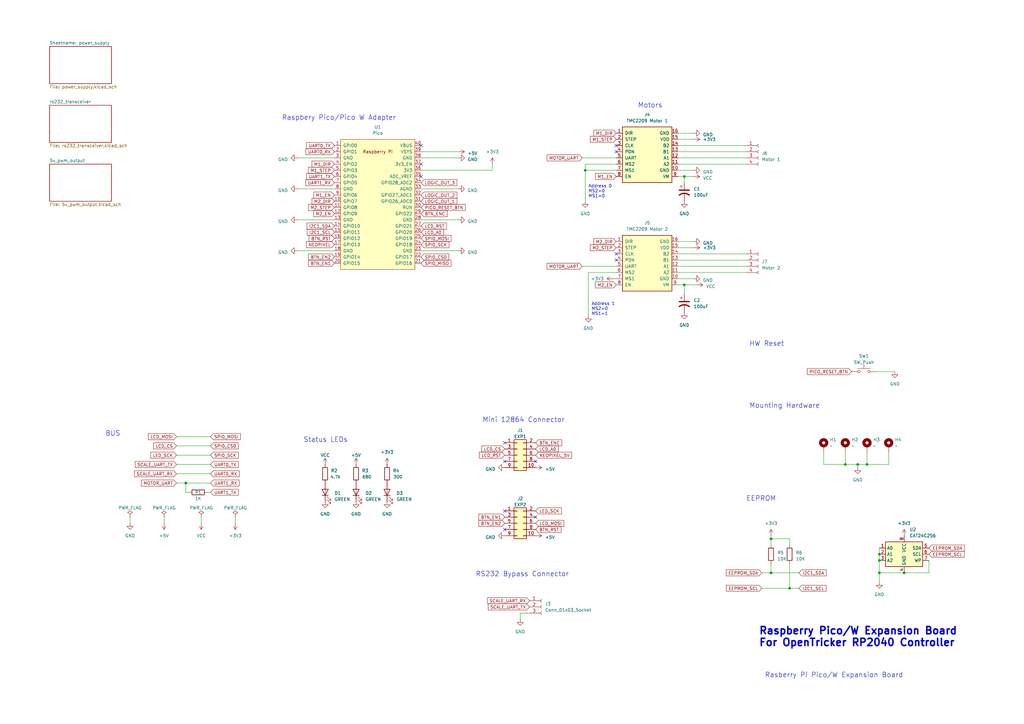
<source format=kicad_sch>
(kicad_sch (version 20250114) (generator "eeschema") (generator_version "9.0")
  (paper "A3")
  (lib_symbols
    (symbol "Connector:Conn_01x03_Socket" (pin_names (offset 1.016) (hide yes))
      (property "Reference" "J" (at 0 5.08 0))
      (property "Value" "Conn_01x03_Socket" (at 0 -5.08 0))
      (symbol "Conn_01x03_Socket_1_1"
        (polyline (pts (xy -1.27 2.54) (xy -0.508 2.54)) (stroke (width 0.1524)))
        (polyline (pts (xy -1.27 0) (xy -0.508 0)) (stroke (width 0.1524)))
        (polyline (pts (xy -1.27 -2.54) (xy -0.508 -2.54)) (stroke (width 0.1524)))
        (arc (start 0 2.032) (mid -0.5058 2.54) (end 0 3.048) (stroke (width 0.1524)))
        (arc (start 0 -0.508) (mid -0.5058 0) (end 0 0.508) (stroke (width 0.1524)))
        (arc (start 0 -3.048) (mid -0.5058 -2.54) (end 0 -2.032) (stroke (width 0.1524)))
        (pin passive line (at -5.08 2.54 0) (length 3.81) (name "Pin_1") (number "1"))
        (pin passive line (at -5.08 0 0) (length 3.81) (name "Pin_2") (number "2"))
        (pin passive line (at -5.08 -2.54 0) (length 3.81) (name "Pin_3") (number "3"))
      )
    )
    (symbol "Connector:Conn_01x04_Socket" (pin_names (offset 1.016) (hide yes))
      (property "Reference" "J" (at 0 5.08 0))
      (property "Value" "Conn_01x04_Socket" (at 0 -7.62 0))
      (symbol "Conn_01x04_Socket_1_1"
        (polyline (pts (xy -1.27 2.54) (xy -0.508 2.54)) (stroke (width 0.1524)))
        (polyline (pts (xy -1.27 0) (xy -0.508 0)) (stroke (width 0.1524)))
        (polyline (pts (xy -1.27 -2.54) (xy -0.508 -2.54)) (stroke (width 0.1524)))
        (polyline (pts (xy -1.27 -5.08) (xy -0.508 -5.08)) (stroke (width 0.1524)))
        (arc (start 0 2.032) (mid -0.5058 2.54) (end 0 3.048) (stroke (width 0.1524)))
        (arc (start 0 -0.508) (mid -0.5058 0) (end 0 0.508) (stroke (width 0.1524)))
        (arc (start 0 -3.048) (mid -0.5058 -2.54) (end 0 -2.032) (stroke (width 0.1524)))
        (arc (start 0 -5.588) (mid -0.5058 -5.08) (end 0 -4.572) (stroke (width 0.1524)))
        (pin passive line (at -5.08 2.54 0) (length 3.81) (name "Pin_1") (number "1"))
        (pin passive line (at -5.08 0 0) (length 3.81) (name "Pin_2") (number "2"))
        (pin passive line (at -5.08 -2.54 0) (length 3.81) (name "Pin_3") (number "3"))
        (pin passive line (at -5.08 -5.08 0) (length 3.81) (name "Pin_4") (number "4"))
      )
    )
    (symbol "Connector_Generic:Conn_02x05_Odd_Even" (pin_names (offset 1.016) (hide yes))
      (property "Reference" "J" (at 1.27 7.62 0))
      (property "Value" "Conn_02x05_Odd_Even" (at 1.27 -7.62 0))
      (symbol "Conn_02x05_Odd_Even_1_1"
        (rectangle (start -1.27 6.35) (end 3.81 -6.35) (stroke (width 0.254)) (fill (type background)))
        (rectangle (start -1.27 5.207) (end 0 4.953) (stroke (width 0.1524)))
        (rectangle (start -1.27 2.667) (end 0 2.413) (stroke (width 0.1524)))
        (rectangle (start -1.27 0.127) (end 0 -0.127) (stroke (width 0.1524)))
        (rectangle (start -1.27 -2.413) (end 0 -2.667) (stroke (width 0.1524)))
        (rectangle (start -1.27 -4.953) (end 0 -5.207) (stroke (width 0.1524)))
        (rectangle (start 3.81 5.207) (end 2.54 4.953) (stroke (width 0.1524)))
        (rectangle (start 3.81 2.667) (end 2.54 2.413) (stroke (width 0.1524)))
        (rectangle (start 3.81 0.127) (end 2.54 -0.127) (stroke (width 0.1524)))
        (rectangle (start 3.81 -2.413) (end 2.54 -2.667) (stroke (width 0.1524)))
        (rectangle (start 3.81 -4.953) (end 2.54 -5.207) (stroke (width 0.1524)))
        (pin passive line (at -5.08 5.08 0) (length 3.81) (name "Pin_1") (number "1"))
        (pin passive line (at -5.08 2.54 0) (length 3.81) (name "Pin_3") (number "3"))
        (pin passive line (at -5.08 0 0) (length 3.81) (name "Pin_5") (number "5"))
        (pin passive line (at -5.08 -2.54 0) (length 3.81) (name "Pin_7") (number "7"))
        (pin passive line (at -5.08 -5.08 0) (length 3.81) (name "Pin_9") (number "9"))
        (pin passive line (at 7.62 5.08 180) (length 3.81) (name "Pin_2") (number "2"))
        (pin passive line (at 7.62 2.54 180) (length 3.81) (name "Pin_4") (number "4"))
        (pin passive line (at 7.62 0 180) (length 3.81) (name "Pin_6") (number "6"))
        (pin passive line (at 7.62 -2.54 180) (length 3.81) (name "Pin_8") (number "8"))
        (pin passive line (at 7.62 -5.08 180) (length 3.81) (name "Pin_10") (number "10"))
      )
    )
    (symbol "Device:C_Polarized_US" (pin_numbers (hide yes)) (pin_names (offset 0.254) (hide yes))
      (property "Reference" "C" (at 0.635 2.54 0))
      (property "Value" "C_Polarized_US" (at 0.635 -2.54 0))
      (symbol "C_Polarized_US_0_1"
        (polyline (pts (xy -2.032 0.762) (xy 2.032 0.762)) (stroke (width 0.508)))
        (polyline (pts (xy -1.778 2.286) (xy -0.762 2.286)))
        (polyline (pts (xy -1.27 1.778) (xy -1.27 2.794)))
        (arc (start -2.032 -1.27) (mid 0 -0.5572) (end 2.032 -1.27) (stroke (width 0.508)))
      )
      (symbol "C_Polarized_US_1_1"
        (pin passive line (at 0 3.81 270) (length 2.794) (name "~") (number "1"))
        (pin passive line (at 0 -3.81 90) (length 3.302) (name "~") (number "2"))
      )
    )
    (symbol "Device:LED" (pin_numbers (hide yes)) (pin_names (offset 1.016) (hide yes))
      (property "Reference" "D" (at 0 2.54 0))
      (property "Value" "LED" (at 0 -2.54 0))
      (symbol "LED_0_1"
        (polyline (pts (xy -3.048 -0.762) (xy -4.572 -2.286) (xy -3.81 -2.286) (xy -4.572 -2.286) (xy -4.572 -1.524)))
        (polyline (pts (xy -1.778 -0.762) (xy -3.302 -2.286) (xy -2.54 -2.286) (xy -3.302 -2.286) (xy -3.302 -1.524)))
        (polyline (pts (xy -1.27 0) (xy 1.27 0)))
        (polyline (pts (xy -1.27 -1.27) (xy -1.27 1.27)) (stroke (width 0.254)))
        (polyline (pts (xy 1.27 -1.27) (xy 1.27 1.27) (xy -1.27 0) (xy 1.27 -1.27)) (stroke (width 0.254)))
      )
      (symbol "LED_1_1"
        (pin passive line (at -3.81 0 0) (length 2.54) (name "K") (number "1"))
        (pin passive line (at 3.81 0 180) (length 2.54) (name "A") (number "2"))
      )
    )
    (symbol "Device:R" (pin_numbers (hide yes)) (pin_names (offset 0))
      (property "Reference" "R" (at 2.032 0 90))
      (property "Value" "R" (at 0 0 90))
      (symbol "R_0_1"
        (rectangle (start -1.016 -2.54) (end 1.016 2.54) (stroke (width 0.254)))
      )
      (symbol "R_1_1"
        (pin passive line (at 0 3.81 270) (length 1.27) (name "~") (number "1"))
        (pin passive line (at 0 -3.81 90) (length 1.27) (name "~") (number "2"))
      )
    )
    (symbol "Mechanical:MountingHole_Pad" (pin_numbers (hide yes)) (pin_names (offset 1.016) (hide yes)) (exclude_from_sim yes) (in_bom no)
      (property "Reference" "H" (at 0 6.35 0))
      (property "Value" "MountingHole_Pad" (at 0 4.445 0))
      (symbol "MountingHole_Pad_0_1"
        (circle (center 0 1.27) (radius 1.27) (stroke (width 1.27)))
      )
      (symbol "MountingHole_Pad_1_1"
        (pin input line (at 0 -2.54 90) (length 2.54) (name "1") (number "1"))
      )
    )
    (symbol "Memory_EEPROM:CAT24C256"
      (property "Reference" "U" (at -6.35 6.35 0))
      (property "Value" "CAT24C256" (at 1.27 6.35 0))
      (symbol "CAT24C256_1_1"
        (rectangle (start -7.62 5.08) (end 7.62 -5.08) (stroke (width 0.254)) (fill (type background)))
        (pin input line (at -10.16 2.54 0) (length 2.54) (name "A0") (number "1"))
        (pin input line (at -10.16 0 0) (length 2.54) (name "A1") (number "2"))
        (pin input line (at -10.16 -2.54 0) (length 2.54) (name "A2") (number "3"))
        (pin power_in line (at 0 7.62 270) (length 2.54) (name "VCC") (number "8"))
        (pin power_in line (at 0 -7.62 90) (length 2.54) (name "GND") (number "4"))
        (pin bidirectional line (at 10.16 2.54 180) (length 2.54) (name "SDA") (number "5"))
        (pin input line (at 10.16 0 180) (length 2.54) (name "SCL") (number "6"))
        (pin input line (at 10.16 -2.54 180) (length 2.54) (name "WP") (number "7"))
      )
    )
    (symbol "MotorDriver_StepStick_TMC2209_1" (pin_names (offset 1.016))
      (property "Reference" "J2" (at 0 13.97 0))
      (property "Value" "TMC2209 Motor 1" (at 0 11.43 0))
      (symbol "MotorDriver_StepStick_TMC2209_1_0_1"
        (rectangle (start -10.16 10.16) (end 10.16 -12.7) (stroke (width 0.254)) (fill (type background)))
      )
      (symbol "MotorDriver_StepStick_TMC2209_1_1_1"
        (pin input line (at -12.7 7.62 0) (length 2.54) (name "DIR") (number "1"))
        (pin input line (at -12.7 5.08 0) (length 2.54) (name "STEP") (number "2"))
        (pin input line (at -12.7 2.54 0) (length 2.54) (name "CLK") (number "3"))
        (pin bidirectional line (at -12.7 0 0) (length 2.54) (name "PDN") (number "4"))
        (pin bidirectional line (at -12.7 -2.54 0) (length 2.54) (name "UART") (number "5"))
        (pin input line (at -12.7 -5.08 0) (length 2.54) (name "MS2") (number "6"))
        (pin input line (at -12.7 -7.62 0) (length 2.54) (name "MS1") (number "7"))
        (pin input line (at -12.7 -10.16 0) (length 2.54) (name "EN") (number "8"))
        (pin power_in line (at 12.7 7.62 180) (length 2.54) (name "GND") (number "16"))
        (pin power_in line (at 12.7 5.08 180) (length 2.54) (name "VDD") (number "15"))
        (pin output line (at 12.7 2.54 180) (length 2.54) (name "B2") (number "14"))
        (pin output line (at 12.7 0 180) (length 2.54) (name "B1") (number "13"))
        (pin output line (at 12.7 -2.54 180) (length 2.54) (name "A1") (number "12"))
        (pin output line (at 12.7 -5.08 180) (length 2.54) (name "A2") (number "11"))
        (pin power_in line (at 12.7 -7.62 180) (length 2.54) (name "GND") (number "10"))
        (pin power_in line (at 12.7 -10.16 180) (length 2.54) (name "VM") (number "9"))
      )
    )
    (symbol "PWR_FLAG_1" (power) (pin_numbers (hide yes)) (pin_names (offset 0) (hide yes))
      (property "Value" "PWR_FLAG" (at 0 3.81 0))
      (symbol "PWR_FLAG_1_0_0"
        (pin power_out line (at 0 0 90) (length 0) (name "~") (number "1"))
      )
      (symbol "PWR_FLAG_1_0_1"
        (polyline (pts (xy 0 0) (xy 0 1.27) (xy -1.016 1.905) (xy 0 2.54) (xy 1.016 1.905) (xy 0 1.27)))
      )
    )
    (symbol "RPi_Pico:Pico_NO_DEBUG_SYM" (pin_names (offset 1.016))
      (property "Reference" "U" (at -13.97 27.94 0))
      (property "Value" "Pico_NO_DEBUG_SYM" (at 0 19.05 0))
      (symbol "Pico_NO_DEBUG_SYM_0_0"
        (text "Raspberry Pi" (at 0 21.59 0) (effects (font (size 1.27 1.27))))
      )
      (symbol "Pico_NO_DEBUG_SYM_0_1"
        (rectangle (start -15.24 26.67) (end 15.24 -26.67) (fill (type background)))
      )
      (symbol "Pico_NO_DEBUG_SYM_1_1"
        (pin bidirectional line (at -17.78 24.13 0) (length 2.54) (name "GPIO0") (number "1"))
        (pin bidirectional line (at -17.78 21.59 0) (length 2.54) (name "GPIO1") (number "2"))
        (pin power_in line (at -17.78 19.05 0) (length 2.54) (name "GND") (number "3"))
        (pin bidirectional line (at -17.78 16.51 0) (length 2.54) (name "GPIO2") (number "4"))
        (pin bidirectional line (at -17.78 13.97 0) (length 2.54) (name "GPIO3") (number "5"))
        (pin bidirectional line (at -17.78 11.43 0) (length 2.54) (name "GPIO4") (number "6"))
        (pin bidirectional line (at -17.78 8.89 0) (length 2.54) (name "GPIO5") (number "7"))
        (pin power_in line (at -17.78 6.35 0) (length 2.54) (name "GND") (number "8"))
        (pin bidirectional line (at -17.78 3.81 0) (length 2.54) (name "GPIO6") (number "9"))
        (pin bidirectional line (at -17.78 1.27 0) (length 2.54) (name "GPIO7") (number "10"))
        (pin bidirectional line (at -17.78 -1.27 0) (length 2.54) (name "GPIO8") (number "11"))
        (pin bidirectional line (at -17.78 -3.81 0) (length 2.54) (name "GPIO9") (number "12"))
        (pin power_in line (at -17.78 -6.35 0) (length 2.54) (name "GND") (number "13"))
        (pin bidirectional line (at -17.78 -8.89 0) (length 2.54) (name "GPIO10") (number "14"))
        (pin bidirectional line (at -17.78 -11.43 0) (length 2.54) (name "GPIO11") (number "15"))
        (pin bidirectional line (at -17.78 -13.97 0) (length 2.54) (name "GPIO12") (number "16"))
        (pin bidirectional line (at -17.78 -16.51 0) (length 2.54) (name "GPIO13") (number "17"))
        (pin power_in line (at -17.78 -19.05 0) (length 2.54) (name "GND") (number "18"))
        (pin bidirectional line (at -17.78 -21.59 0) (length 2.54) (name "GPIO14") (number "19"))
        (pin bidirectional line (at -17.78 -24.13 0) (length 2.54) (name "GPIO15") (number "20"))
        (pin unspecified line (at 17.78 24.13 180) (length 2.54) (name "VBUS") (number "40"))
        (pin unspecified line (at 17.78 21.59 180) (length 2.54) (name "VSYS") (number "39"))
        (pin bidirectional line (at 17.78 19.05 180) (length 2.54) (name "GND") (number "38"))
        (pin input line (at 17.78 16.51 180) (length 2.54) (name "3V3_EN") (number "37"))
        (pin unspecified line (at 17.78 13.97 180) (length 2.54) (name "3V3") (number "36"))
        (pin unspecified line (at 17.78 11.43 180) (length 2.54) (name "ADC_VREF") (number "35"))
        (pin bidirectional line (at 17.78 8.89 180) (length 2.54) (name "GPIO28_ADC2") (number "34"))
        (pin power_in line (at 17.78 6.35 180) (length 2.54) (name "AGND") (number "33"))
        (pin bidirectional line (at 17.78 3.81 180) (length 2.54) (name "GPIO27_ADC1") (number "32"))
        (pin bidirectional line (at 17.78 1.27 180) (length 2.54) (name "GPIO26_ADC0") (number "31"))
        (pin input line (at 17.78 -1.27 180) (length 2.54) (name "RUN") (number "30"))
        (pin bidirectional line (at 17.78 -3.81 180) (length 2.54) (name "GPIO22") (number "29"))
        (pin power_in line (at 17.78 -6.35 180) (length 2.54) (name "GND") (number "28"))
        (pin bidirectional line (at 17.78 -8.89 180) (length 2.54) (name "GPIO21") (number "27"))
        (pin bidirectional line (at 17.78 -11.43 180) (length 2.54) (name "GPIO20") (number "26"))
        (pin bidirectional line (at 17.78 -13.97 180) (length 2.54) (name "GPIO19") (number "25"))
        (pin bidirectional line (at 17.78 -16.51 180) (length 2.54) (name "GPIO18") (number "24"))
        (pin power_in line (at 17.78 -19.05 180) (length 2.54) (name "GND") (number "23"))
        (pin bidirectional line (at 17.78 -21.59 180) (length 2.54) (name "GPIO17") (number "22"))
        (pin bidirectional line (at 17.78 -24.13 180) (length 2.54) (name "GPIO16") (number "21"))
      )
    )
    (symbol "Switch:SW_Push" (pin_numbers (hide yes)) (pin_names (offset 1.016) (hide yes))
      (property "Reference" "SW" (at 1.27 2.54 0))
      (property "Value" "SW_Push" (at 0 -1.524 0))
      (symbol "SW_Push_0_1"
        (circle (center -2.032 0) (radius 0.508))
        (polyline (pts (xy 0 1.27) (xy 0 3.048)))
        (circle (center 2.032 0) (radius 0.508))
        (polyline (pts (xy 2.54 1.27) (xy -2.54 1.27)))
        (pin passive line (at -5.08 0 0) (length 2.54) (name "1") (number "1"))
        (pin passive line (at 5.08 0 180) (length 2.54) (name "2") (number "2"))
      )
    )
    (symbol "fab:MotorDriver_StepStick_TMC2209" (pin_names (offset 1.016))
      (property "Reference" "J3" (at 0 13.97 0))
      (property "Value" "TMC2209 Motor 2" (at 0 11.43 0))
      (symbol "MotorDriver_StepStick_TMC2209_0_1"
        (rectangle (start -10.16 10.16) (end 10.16 -12.7) (stroke (width 0.254)) (fill (type background)))
      )
      (symbol "MotorDriver_StepStick_TMC2209_1_1"
        (pin input line (at -12.7 7.62 0) (length 2.54) (name "DIR") (number "1"))
        (pin input line (at -12.7 5.08 0) (length 2.54) (name "STEP") (number "2"))
        (pin input line (at -12.7 2.54 0) (length 2.54) (name "CLK") (number "3"))
        (pin bidirectional line (at -12.7 0 0) (length 2.54) (name "PDN") (number "4"))
        (pin bidirectional line (at -12.7 -2.54 0) (length 2.54) (name "UART") (number "5"))
        (pin input line (at -12.7 -5.08 0) (length 2.54) (name "MS2") (number "6"))
        (pin input line (at -12.7 -7.62 0) (length 2.54) (name "MS1") (number "7"))
        (pin input line (at -12.7 -10.16 0) (length 2.54) (name "EN") (number "8"))
        (pin power_in line (at 12.7 7.62 180) (length 2.54) (name "GND") (number "16"))
        (pin power_in line (at 12.7 5.08 180) (length 2.54) (name "VDD") (number "15"))
        (pin output line (at 12.7 2.54 180) (length 2.54) (name "B2") (number "14"))
        (pin output line (at 12.7 0 180) (length 2.54) (name "B1") (number "13"))
        (pin output line (at 12.7 -2.54 180) (length 2.54) (name "A1") (number "12"))
        (pin output line (at 12.7 -5.08 180) (length 2.54) (name "A2") (number "11"))
        (pin power_in line (at 12.7 -7.62 180) (length 2.54) (name "GND") (number "10"))
        (pin power_in line (at 12.7 -10.16 180) (length 2.54) (name "VM") (number "9"))
      )
    )
    (symbol "power:+3V3" (power) (pin_numbers (hide yes)) (pin_names (offset 0) (hide yes))
      (property "Value" "+3V3" (at 0 3.556 0))
      (symbol "+3V3_0_1"
        (polyline (pts (xy -0.762 1.27) (xy 0 2.54)))
        (polyline (pts (xy 0 2.54) (xy 0.762 1.27)))
        (polyline (pts (xy 0 0) (xy 0 2.54)))
      )
      (symbol "+3V3_1_1"
        (pin power_in line (at 0 0 90) (length 0) (name "~") (number "1"))
      )
    )
    (symbol "power:+5V" (power) (pin_names (offset 0))
      (property "Value" "+5V" (at 0 3.556 0))
      (symbol "+5V_0_1"
        (polyline (pts (xy -0.762 1.27) (xy 0 2.54)))
        (polyline (pts (xy 0 2.54) (xy 0.762 1.27)))
        (polyline (pts (xy 0 0) (xy 0 2.54)))
      )
      (symbol "+5V_1_1"
        (pin power_in line (at 0 0 90) (length 0) (hide yes) (name "+5V") (number "1"))
      )
    )
    (symbol "power:GND" (power) (pin_names (offset 0))
      (property "Value" "GND" (at 0 -3.81 0))
      (symbol "GND_0_1"
        (polyline (pts (xy 0 0) (xy 0 -1.27) (xy 1.27 -1.27) (xy 0 -2.54) (xy -1.27 -1.27) (xy 0 -1.27)))
      )
      (symbol "GND_1_1"
        (pin power_in line (at 0 0 270) (length 0) (hide yes) (name "GND") (number "1"))
      )
    )
    (symbol "power:PWR_FLAG" (power) (pin_numbers (hide yes)) (pin_names (offset 0) (hide yes))
      (property "Value" "PWR_FLAG" (at 0 3.81 0))
      (symbol "PWR_FLAG_0_0"
        (pin power_out line (at 0 0 90) (length 0) (name "pwr") (number "1"))
      )
      (symbol "PWR_FLAG_0_1"
        (polyline (pts (xy 0 0) (xy 0 1.27) (xy -1.016 1.905) (xy 0 2.54) (xy 1.016 1.905) (xy 0 1.27)))
      )
    )
    (symbol "power:VCC" (power) (pin_names (offset 0))
      (property "Value" "VCC" (at 0 3.81 0))
      (symbol "VCC_0_1"
        (polyline (pts (xy -0.762 1.27) (xy 0 2.54)))
        (polyline (pts (xy 0 2.54) (xy 0.762 1.27)))
        (polyline (pts (xy 0 0) (xy 0 2.54)))
      )
      (symbol "VCC_1_1"
        (pin power_in line (at 0 0 90) (length 0) (hide yes) (name "VCC") (number "1"))
      )
    )
  )
  (text "Motors" (at 261.62 44.45 0) (effects (font (size 2 2)) (justify left bottom)))
  (text "Address 1\nMS2=0\nMS1=1" (at 242.57 129.54 0) (effects (font (size 1.27 1.27)) (justify left bottom)))
  (text "BUS" (at 43.18 179.07 0) (effects (font (size 2 2)) (justify left bottom)))
  (text "Mounting Hardware" (at 307.34 167.64 0) (effects (font (size 2 2)) (justify left bottom)))
  (text "EEPROM" (at 306.07 205.74 0) (effects (font (size 2 2)) (justify left bottom)))
  (text "Mini 12864 Connector" (at 197.866 173.482 0) (effects (font (size 2 2)) (justify left bottom)))
  (text "Raspberry Pico/W Expansion Board\nFor OpenTricker RP2040 Controller" (at 311.15 265.43 0) (effects (font (size 3 3) (thickness 0.6) (bold yes)) (justify left bottom)))
  (text "RS232 Bypass Connector" (at 195.072 236.728 0) (effects (font (size 2 2)) (justify left bottom)))
  (text "Rasberry Pi Pico/W Expansion Board" (at 313.69 278.13 0) (effects (font (size 2 2)) (justify left bottom)))
  (text "HW Reset" (at 307.34 142.24 0) (effects (font (size 2 2)) (justify left bottom)))
  (text "Raspbery Pico/Pico W Adapter" (at 115.57 49.53 0) (effects (font (size 2 2)) (justify left bottom)))
  (text "Status LEDs" (at 124.46 181.61 0) (effects (font (size 2 2)) (justify left bottom)))
  (text "Address 0\nMS2=0\nMS1=0" (at 241.3 81.28 0) (effects (font (size 1.27 1.27)) (justify left bottom)))
  (junction (at 76.2 198.12))
  (junction (at 316.23 234.95))
  (junction (at 240.03 69.85))
  (junction (at 280.67 72.39))
  (junction (at 355.6 190.5))
  (junction (at 360.68 234.95))
  (junction (at 360.68 229.87))
  (junction (at 360.68 227.33))
  (junction (at 351.79 190.5))
  (junction (at 370.84 234.95))
  (junction (at 346.71 190.5))
  (junction (at 316.23 220.98))
  (junction (at 323.85 241.3))
  (junction (at 280.67 116.84))
  (no_connect (at 252.73 104.14))
  (no_connect (at 252.73 62.23))
  (no_connect (at 207.01 189.23))
  (no_connect (at 252.73 59.69))
  (no_connect (at 252.73 106.68))
  (no_connect (at 172.72 72.39))
  (no_connect (at 219.71 212.09))
  (no_connect (at 172.72 67.31))
  (no_connect (at 219.71 189.23))
  (no_connect (at 172.72 59.69))
  (no_connect (at 207.01 209.55))
  (no_connect (at 207.01 181.61))
  (no_connect (at 207.01 217.17))
  (wire (pts (xy 241.3 111.76) (xy 241.3 129.54)))
  (wire (pts (xy 284.48 72.39) (xy 280.67 72.39)))
  (wire (pts (xy 316.23 231.14) (xy 316.23 234.95)))
  (wire (pts (xy 280.67 116.84) (xy 278.13 116.84)))
  (wire (pts (xy 187.96 77.47) (xy 172.72 77.47)))
  (wire (pts (xy 72.39 182.88) (xy 86.36 182.88)))
  (wire (pts (xy 359.41 152.4) (xy 367.03 152.4)))
  (wire (pts (xy 86.36 194.31) (xy 72.39 194.31)))
  (wire (pts (xy 278.13 62.23) (xy 306.07 62.23)))
  (wire (pts (xy 278.13 59.69) (xy 306.07 59.69)))
  (wire (pts (xy 316.23 220.98) (xy 316.23 223.52)))
  (wire (pts (xy 316.23 234.95) (xy 327.66 234.95)))
  (wire (pts (xy 323.85 223.52) (xy 323.85 220.98)))
  (wire (pts (xy 121.92 90.17) (xy 137.16 90.17)))
  (wire (pts (xy 172.72 69.85) (xy 201.93 69.85)))
  (wire (pts (xy 316.23 219.71) (xy 316.23 220.98)))
  (wire (pts (xy 284.48 99.06) (xy 278.13 99.06)))
  (wire (pts (xy 252.73 111.76) (xy 241.3 111.76)))
  (wire (pts (xy 346.71 185.42) (xy 346.71 190.5)))
  (wire (pts (xy 76.2 198.12) (xy 86.36 198.12)))
  (wire (pts (xy 278.13 101.6) (xy 284.48 101.6)))
  (wire (pts (xy 278.13 111.76) (xy 306.07 111.76)))
  (wire (pts (xy 355.6 185.42) (xy 355.6 190.5)))
  (wire (pts (xy 337.82 185.42) (xy 337.82 190.5)))
  (wire (pts (xy 355.6 190.5) (xy 351.79 190.5)))
  (wire (pts (xy 278.13 57.15) (xy 284.48 57.15)))
  (wire (pts (xy 285.75 116.84) (xy 280.67 116.84)))
  (wire (pts (xy 360.68 234.95) (xy 360.68 238.76)))
  (wire (pts (xy 201.93 69.85) (xy 201.93 67.31)))
  (wire (pts (xy 96.52 212.09) (xy 96.52 214.63)))
  (wire (pts (xy 381 229.87) (xy 381 234.95)))
  (wire (pts (xy 280.67 72.39) (xy 280.67 74.93)))
  (wire (pts (xy 278.13 69.85) (xy 284.48 69.85)))
  (wire (pts (xy 381 234.95) (xy 370.84 234.95)))
  (wire (pts (xy 72.39 190.5) (xy 86.36 190.5)))
  (wire (pts (xy 217.17 251.46) (xy 213.36 251.46)))
  (wire (pts (xy 346.71 190.5) (xy 351.79 190.5)))
  (wire (pts (xy 351.79 190.5) (xy 351.79 191.77)))
  (wire (pts (xy 360.68 229.87) (xy 360.68 234.95)))
  (wire (pts (xy 85.09 201.93) (xy 86.36 201.93)))
  (wire (pts (xy 76.2 198.12) (xy 76.2 201.93)))
  (wire (pts (xy 280.67 72.39) (xy 278.13 72.39)))
  (wire (pts (xy 278.13 106.68) (xy 306.07 106.68)))
  (wire (pts (xy 278.13 114.3) (xy 284.48 114.3)))
  (wire (pts (xy 121.92 77.47) (xy 137.16 77.47)))
  (wire (pts (xy 278.13 64.77) (xy 306.07 64.77)))
  (wire (pts (xy 187.96 102.87) (xy 172.72 102.87)))
  (wire (pts (xy 360.68 224.79) (xy 360.68 227.33)))
  (wire (pts (xy 252.73 67.31) (xy 240.03 67.31)))
  (wire (pts (xy 278.13 109.22) (xy 306.07 109.22)))
  (wire (pts (xy 323.85 220.98) (xy 316.23 220.98)))
  (wire (pts (xy 213.36 251.46) (xy 213.36 254)))
  (wire (pts (xy 280.67 116.84) (xy 280.67 120.65)))
  (wire (pts (xy 121.92 64.77) (xy 137.16 64.77)))
  (wire (pts (xy 312.42 241.3) (xy 323.85 241.3)))
  (wire (pts (xy 77.47 201.93) (xy 76.2 201.93)))
  (wire (pts (xy 323.85 231.14) (xy 323.85 241.3)))
  (wire (pts (xy 72.39 186.69) (xy 86.36 186.69)))
  (wire (pts (xy 187.96 64.77) (xy 172.72 64.77)))
  (wire (pts (xy 82.55 212.09) (xy 82.55 214.63)))
  (wire (pts (xy 284.48 54.61) (xy 278.13 54.61)))
  (wire (pts (xy 364.49 185.42) (xy 364.49 190.5)))
  (wire (pts (xy 337.82 190.5) (xy 346.71 190.5)))
  (wire (pts (xy 364.49 190.5) (xy 355.6 190.5)))
  (wire (pts (xy 278.13 104.14) (xy 306.07 104.14)))
  (wire (pts (xy 240.03 69.85) (xy 252.73 69.85)))
  (wire (pts (xy 238.76 109.22) (xy 252.73 109.22)))
  (wire (pts (xy 251.46 114.3) (xy 252.73 114.3)))
  (wire (pts (xy 360.68 234.95) (xy 370.84 234.95)))
  (wire (pts (xy 238.76 64.77) (xy 252.73 64.77)))
  (wire (pts (xy 360.68 227.33) (xy 360.68 229.87)))
  (wire (pts (xy 53.34 212.09) (xy 53.34 214.63)))
  (wire (pts (xy 323.85 241.3) (xy 327.66 241.3)))
  (wire (pts (xy 67.31 212.09) (xy 67.31 214.63)))
  (wire (pts (xy 121.92 102.87) (xy 137.16 102.87)))
  (wire (pts (xy 72.39 198.12) (xy 76.2 198.12)))
  (wire (pts (xy 278.13 67.31) (xy 306.07 67.31)))
  (wire (pts (xy 72.39 179.07) (xy 86.36 179.07)))
  (wire (pts (xy 240.03 69.85) (xy 240.03 82.55)))
  (wire (pts (xy 312.42 234.95) (xy 316.23 234.95)))
  (wire (pts (xy 187.96 90.17) (xy 172.72 90.17)))
  (wire (pts (xy 240.03 67.31) (xy 240.03 69.85)))
  (wire (pts (xy 187.96 62.23) (xy 172.72 62.23)))
  (global_label "EEPROM_SDA" (shape input) (at 312.42 234.95 180) (property "Intersheetrefs" "${INTERSHEET_REFS}" (effects (hide yes))))
  (global_label "MOTOR_UART" (shape input) (at 72.39 198.12 180) (property "Intersheetrefs" "${INTERSHEET_REFS}" (effects (hide yes))))
  (global_label "LCD_A0" (shape input) (at 172.72 95.25 0) (property "Intersheetrefs" "${INTERSHEET_REFS}" (effects (hide yes))))
  (global_label "NEOPIXEL" (shape input) (at 137.16 100.33 180) (property "Intersheetrefs" "${INTERSHEET_REFS}" (effects (hide yes))))
  (global_label "BTN_EN2" (shape input) (at 207.01 214.63 180) (property "Intersheetrefs" "${INTERSHEET_REFS}" (effects (hide yes))))
  (global_label "M1_EN" (shape input) (at 252.73 72.39 180) (property "Intersheetrefs" "${INTERSHEET_REFS}" (effects (hide yes))))
  (global_label "MOTOR_UART" (shape input) (at 238.76 64.77 180) (property "Intersheetrefs" "${INTERSHEET_REFS}" (effects (hide yes))))
  (global_label "BTN_EN1" (shape input) (at 207.01 212.09 180) (property "Intersheetrefs" "${INTERSHEET_REFS}" (effects (hide yes))))
  (global_label "BTN_RST" (shape input) (at 219.71 217.17 0) (property "Intersheetrefs" "${INTERSHEET_REFS}" (effects (hide yes))))
  (global_label "UART1_RX" (shape input) (at 137.16 74.93 180) (property "Intersheetrefs" "${INTERSHEET_REFS}" (effects (hide yes))))
  (global_label "SCALE_UART_RX" (shape input) (at 217.17 246.38 180) (property "Intersheetrefs" "${INTERSHEET_REFS}" (effects (hide yes))))
  (global_label "M2_STEP" (shape input) (at 252.73 101.6 180) (property "Intersheetrefs" "${INTERSHEET_REFS}" (effects (hide yes))))
  (global_label "EEPROM_SCL" (shape input) (at 312.42 241.3 180) (property "Intersheetrefs" "${INTERSHEET_REFS}" (effects (hide yes))))
  (global_label "LCD_CS" (shape input) (at 207.01 184.15 180) (property "Intersheetrefs" "${INTERSHEET_REFS}" (effects (hide yes))))
  (global_label "LCD_MOSI" (shape input) (at 72.39 179.07 180) (property "Intersheetrefs" "${INTERSHEET_REFS}" (effects (hide yes))))
  (global_label "UART1_RX" (shape input) (at 86.36 198.12 0) (property "Intersheetrefs" "${INTERSHEET_REFS}" (effects (hide yes))))
  (global_label "PICO_RESET_BTN" (shape input) (at 172.72 85.09 0) (property "Intersheetrefs" "${INTERSHEET_REFS}" (effects (hide yes))))
  (global_label "SPI0_MOSI" (shape input) (at 172.72 97.79 0) (property "Intersheetrefs" "${INTERSHEET_REFS}" (effects (hide yes))))
  (global_label "LCD_A0" (shape input) (at 219.71 184.15 0) (property "Intersheetrefs" "${INTERSHEET_REFS}" (effects (hide yes))))
  (global_label "M2_EN" (shape input) (at 252.73 116.84 180) (property "Intersheetrefs" "${INTERSHEET_REFS}" (effects (hide yes))))
  (global_label "LCD_MOSI" (shape input) (at 219.71 214.63 0) (property "Intersheetrefs" "${INTERSHEET_REFS}" (effects (hide yes))))
  (global_label "M1_STEP" (shape input) (at 252.73 57.15 180) (property "Intersheetrefs" "${INTERSHEET_REFS}" (effects (hide yes))))
  (global_label "BTN_EN2" (shape input) (at 137.16 105.41 180) (property "Intersheetrefs" "${INTERSHEET_REFS}" (effects (hide yes))))
  (global_label "SCALE_UART_TX" (shape input) (at 72.39 190.5 180) (property "Intersheetrefs" "${INTERSHEET_REFS}" (effects (hide yes))))
  (global_label "I2C1_SDA" (shape input) (at 137.16 92.71 180) (property "Intersheetrefs" "${INTERSHEET_REFS}" (effects (hide yes))))
  (global_label "M1_EN" (shape input) (at 137.16 80.01 180) (property "Intersheetrefs" "${INTERSHEET_REFS}" (effects (hide yes))))
  (global_label "M2_EN" (shape input) (at 137.16 87.63 180) (property "Intersheetrefs" "${INTERSHEET_REFS}" (effects (hide yes))))
  (global_label "LCD_RST" (shape input) (at 172.72 92.71 0) (property "Intersheetrefs" "${INTERSHEET_REFS}" (effects (hide yes))))
  (global_label "EEPROM_SCL" (shape input) (at 381 227.33 0) (property "Intersheetrefs" "${INTERSHEET_REFS}" (effects (hide yes))))
  (global_label "LED_SCK" (shape input) (at 219.71 209.55 0) (property "Intersheetrefs" "${INTERSHEET_REFS}" (effects (hide yes))))
  (global_label "I2C1_SDA" (shape input) (at 327.66 234.95 0) (property "Intersheetrefs" "${INTERSHEET_REFS}" (effects (hide yes))))
  (global_label "SPI0_CS0" (shape input) (at 86.36 182.88 0) (property "Intersheetrefs" "${INTERSHEET_REFS}" (effects (hide yes))))
  (global_label "LOGIC_OUT_1" (shape input) (at 172.72 82.55 0) (property "Intersheetrefs" "${INTERSHEET_REFS}" (effects (hide yes))))
  (global_label "SCALE_UART_TX" (shape input) (at 217.17 248.92 180) (property "Intersheetrefs" "${INTERSHEET_REFS}" (effects (hide yes))))
  (global_label "SPI0_CS0" (shape input) (at 172.72 105.41 0) (property "Intersheetrefs" "${INTERSHEET_REFS}" (effects (hide yes))))
  (global_label "M2_DIR" (shape input) (at 252.73 99.06 180) (property "Intersheetrefs" "${INTERSHEET_REFS}" (effects (hide yes))))
  (global_label "BTN_ENC" (shape input) (at 172.72 87.63 0) (property "Intersheetrefs" "${INTERSHEET_REFS}" (effects (hide yes))))
  (global_label "SPI0_SCK" (shape input) (at 86.36 186.69 0) (property "Intersheetrefs" "${INTERSHEET_REFS}" (effects (hide yes))))
  (global_label "LOGIC_OUT_3" (shape input) (at 172.72 74.93 0) (property "Intersheetrefs" "${INTERSHEET_REFS}" (effects (hide yes))))
  (global_label "NEOPIXEL_5V" (shape input) (at 219.71 186.69 0) (property "Intersheetrefs" "${INTERSHEET_REFS}" (effects (hide yes))))
  (global_label "M2_STEP" (shape input) (at 137.16 85.09 180) (property "Intersheetrefs" "${INTERSHEET_REFS}" (effects (hide yes))))
  (global_label "SPI0_MOSI" (shape input) (at 86.36 179.07 0) (property "Intersheetrefs" "${INTERSHEET_REFS}" (effects (hide yes))))
  (global_label "UART0_TX" (shape input) (at 137.16 59.69 180) (property "Intersheetrefs" "${INTERSHEET_REFS}" (effects (hide yes))))
  (global_label "UART0_TX" (shape input) (at 86.36 190.5 0) (property "Intersheetrefs" "${INTERSHEET_REFS}" (effects (hide yes))))
  (global_label "LED_SCK" (shape input) (at 72.39 186.69 180) (property "Intersheetrefs" "${INTERSHEET_REFS}" (effects (hide yes))))
  (global_label "BTN_ENC" (shape input) (at 219.71 181.61 0) (property "Intersheetrefs" "${INTERSHEET_REFS}" (effects (hide yes))))
  (global_label "SPI0_SCK" (shape input) (at 172.72 100.33 0) (property "Intersheetrefs" "${INTERSHEET_REFS}" (effects (hide yes))))
  (global_label "I2C1_SCL" (shape input) (at 327.66 241.3 0) (property "Intersheetrefs" "${INTERSHEET_REFS}" (effects (hide yes))))
  (global_label "LCD_CS" (shape input) (at 72.39 182.88 180) (property "Intersheetrefs" "${INTERSHEET_REFS}" (effects (hide yes))))
  (global_label "UART1_TX" (shape input) (at 86.36 201.93 0) (property "Intersheetrefs" "${INTERSHEET_REFS}" (effects (hide yes))))
  (global_label "BTN_EN1" (shape input) (at 137.16 107.95 180) (property "Intersheetrefs" "${INTERSHEET_REFS}" (effects (hide yes))))
  (global_label "BTN_RST" (shape input) (at 137.16 97.79 180) (property "Intersheetrefs" "${INTERSHEET_REFS}" (effects (hide yes))))
  (global_label "EEPROM_SDA" (shape input) (at 381 224.79 0) (property "Intersheetrefs" "${INTERSHEET_REFS}" (effects (hide yes))))
  (global_label "SCALE_UART_RX" (shape input) (at 72.39 194.31 180) (property "Intersheetrefs" "${INTERSHEET_REFS}" (effects (hide yes))))
  (global_label "LCD_RST" (shape input) (at 207.01 186.69 180) (property "Intersheetrefs" "${INTERSHEET_REFS}" (effects (hide yes))))
  (global_label "UART0_RX" (shape input) (at 86.36 194.31 0) (property "Intersheetrefs" "${INTERSHEET_REFS}" (effects (hide yes))))
  (global_label "M1_DIR" (shape input) (at 137.16 67.31 180) (property "Intersheetrefs" "${INTERSHEET_REFS}" (effects (hide yes))))
  (global_label "UART1_TX" (shape input) (at 137.16 72.39 180) (property "Intersheetrefs" "${INTERSHEET_REFS}" (effects (hide yes))))
  (global_label "LOGIC_OUT_2" (shape input) (at 172.72 80.01 0) (property "Intersheetrefs" "${INTERSHEET_REFS}" (effects (hide yes))))
  (global_label "SPI0_MISO" (shape input) (at 172.72 107.95 0) (property "Intersheetrefs" "${INTERSHEET_REFS}" (effects (hide yes))))
  (global_label "UART0_RX" (shape input) (at 137.16 62.23 180) (property "Intersheetrefs" "${INTERSHEET_REFS}" (effects (hide yes))))
  (global_label "PICO_RESET_BTN" (shape input) (at 349.25 152.4 180) (property "Intersheetrefs" "${INTERSHEET_REFS}" (effects (hide yes))))
  (global_label "M2_DIR" (shape input) (at 137.16 82.55 180) (property "Intersheetrefs" "${INTERSHEET_REFS}" (effects (hide yes))))
  (global_label "MOTOR_UART" (shape input) (at 238.76 109.22 180) (property "Intersheetrefs" "${INTERSHEET_REFS}" (effects (hide yes))))
  (global_label "M1_STEP" (shape input) (at 137.16 69.85 180) (property "Intersheetrefs" "${INTERSHEET_REFS}" (effects (hide yes))))
  (global_label "M1_DIR" (shape input) (at 252.73 54.61 180) (property "Intersheetrefs" "${INTERSHEET_REFS}" (effects (hide yes))))
  (global_label "I2C1_SCL" (shape input) (at 137.16 95.25 180) (property "Intersheetrefs" "${INTERSHEET_REFS}" (effects (hide yes))))
  (symbol (lib_id "power:GND") (at 284.48 69.85 90) (unit 1)
    (property "Reference" "#PWR033" (effects (hide yes)))
    (property "Value" "GND" (at 288.29 70.485 90) (effects (justify right)))
  )
  (symbol (lib_id "power:VCC") (at 285.75 116.84 270) (unit 1)
    (property "Reference" "#PWR038" (effects (hide yes)))
    (property "Value" "VCC" (at 289.56 117.475 90) (effects (justify left)))
  )
  (symbol (lib_id "power:PWR_FLAG") (at 96.52 212.09 0) (unit 1)
    (property "Reference" "#FLG04" (effects (hide yes)))
    (property "Value" "PWR_FLAG" (at 96.52 208.28 0))
  )
  (symbol (lib_id "power:GND") (at 360.68 238.76 0) (unit 1)
    (property "Reference" "#PWR041" (effects (hide yes)))
    (property "Value" "GND" (at 360.68 243.84 0))
  )
  (symbol (lib_id "power:VCC") (at 82.55 214.63 180) (unit 1)
    (property "Reference" "#PWR03" (effects (hide yes)))
    (property "Value" "VCC" (at 82.55 219.71 0))
  )
  (symbol (lib_id "power:GND") (at 146.05 205.74 0) (unit 1)
    (property "Reference" "#PWR012" (effects (hide yes)))
    (property "Value" "GND" (at 146.05 210.82 0))
  )
  (symbol (lib_id "power:+3V3") (at 96.52 214.63 180) (unit 1)
    (property "Reference" "#PWR04" (effects (hide yes)))
    (property "Value" "+3V3" (at 96.52 219.71 0))
    (property "Description" "Power symbol creates a global label with name \"+3V3\"" (effects (hide yes)))
  )
  (symbol (lib_id "power:GND") (at 284.48 99.06 90) (unit 1)
    (property "Reference" "#PWR035" (effects (hide yes)))
    (property "Value" "GND" (at 288.29 99.695 90) (effects (justify right)))
  )
  (symbol (lib_id "power:GND") (at 133.35 205.74 0) (unit 1)
    (property "Reference" "#PWR010" (effects (hide yes)))
    (property "Value" "GND" (at 133.35 210.82 0))
  )
  (symbol (lib_id "power:+5V") (at 219.71 191.77 270) (unit 1)
    (property "Reference" "#PWR024" (effects (hide yes)))
    (property "Value" "+5V" (at 223.52 192.405 90) (effects (justify left)))
  )
  (symbol (lib_id "Device:LED") (at 146.05 201.93 90) (unit 1)
    (property "Reference" "D2" (at 149.86 202.2474 90) (effects (justify right)))
    (property "Value" "GREEN" (at 149.86 204.7874 90) (effects (justify right)))
    (property "Footprint" "Diode_SMD:D_0805_2012Metric_Pad1.15x1.40mm_HandSolder" (effects (hide yes)))
    (property "LCSC Part #" "C84257" (effects (hide yes)))
  )
  (symbol (lib_id "power:VCC") (at 284.48 72.39 270) (unit 1)
    (property "Reference" "#PWR034" (effects (hide yes)))
    (property "Value" "VCC" (at 288.29 73.025 90) (effects (justify left)))
  )
  (symbol (lib_id "Mechanical:MountingHole_Pad") (at 346.71 182.88 0) (unit 1) (exclude_from_sim yes) (in_bom no)
    (property "Reference" "H2" (at 349.25 180.3399 0) (effects (justify left)))
    (property "Value" "~" (at 349.25 182.8799 0) (effects (justify left)))
    (property "Footprint" "MountingHole:MountingHole_3.2mm_M3_Pad_Via" (effects (hide yes)))
    (property "Description" "Mounting Hole with connection" (effects (hide yes)))
  )
  (symbol (lib_id "Device:R") (at 158.75 194.31 180) (unit 1)
    (property "Reference" "R4" (at 163.83 193.04 0) (effects (justify left)))
    (property "Value" "300" (at 165.1 195.58 0) (effects (justify left)))
    (property "Footprint" "Resistor_SMD:R_0805_2012Metric_Pad1.20x1.40mm_HandSolder" (effects (hide yes)))
    (property "LCSC Part #" "C17617" (effects (hide yes)))
  )
  (symbol (lib_id "Device:R") (at 316.23 227.33 0) (unit 1)
    (property "Reference" "R5" (at 318.77 226.695 0) (effects (justify left)))
    (property "Value" "10K" (at 318.77 229.235 0) (effects (justify left)))
    (property "Footprint" "Resistor_SMD:R_0805_2012Metric_Pad1.20x1.40mm_HandSolder" (effects (hide yes)))
    (property "LCSC Part #" "C17414" (effects (hide yes)))
  )
  (symbol (lib_id "Device:C_Polarized_US") (at 280.67 124.46 0) (unit 1)
    (property "Reference" "C2" (at 284.48 123.19 0) (effects (justify left)))
    (property "Value" "100uF" (at 284.48 125.73 0) (effects (justify left)))
    (property "Footprint" "Capacitor_SMD:CP_Elec_6.3x7.7" (effects (hide yes)))
    (property "LCSC Part #" "C2836442" (effects (hide yes)))
    (property "JLCPCB Rotation Offset" "180" (effects (hide yes)))
  )
  (symbol (lib_id "power:GND") (at 241.3 129.54 0) (unit 1)
    (property "Reference" "#PWR027" (effects (hide yes)))
    (property "Value" "GND" (at 241.3 134.62 0))
  )
  (symbol (lib_id "power:+3V3") (at 284.48 57.15 270) (unit 1)
    (property "Reference" "#PWR032" (effects (hide yes)))
    (property "Value" "+3V3" (at 288.29 57.1499 90) (effects (justify left)))
    (property "Description" "Power symbol creates a global label with name \"+3V3\"" (effects (hide yes)))
  )
  (symbol (lib_id "power:GND") (at 284.48 114.3 90) (unit 1)
    (property "Reference" "#PWR037" (effects (hide yes)))
    (property "Value" "GND" (at 288.29 114.935 90) (effects (justify right)))
  )
  (symbol (lib_id "power:+5V") (at 146.05 190.5 0) (unit 1)
    (property "Reference" "#PWR011" (effects (hide yes)))
    (property "Value" "+5V" (at 146.05 186.69 0))
  )
  (symbol (lib_id "power:+3V3") (at 201.93 67.31 0) (unit 1)
    (property "Reference" "#PWR020" (effects (hide yes)))
    (property "Value" "+3V3" (at 201.93 62.23 0))
    (property "Description" "Power symbol creates a global label with name \"+3V3\"" (effects (hide yes)))
  )
  (symbol (lib_id "power:GND") (at 121.92 102.87 270) (unit 1)
    (property "Reference" "#PWR08" (effects (hide yes)))
    (property "Value" "GND" (at 118.11 103.505 90) (effects (justify right)))
  )
  (symbol (lib_id "Connector:Conn_01x04_Socket") (at 311.15 106.68 0) (unit 1)
    (property "Reference" "J7" (at 312.42 107.315 0) (effects (justify left)))
    (property "Value" "Motor 2" (at 312.42 109.855 0) (effects (justify left)))
    (property "Footprint" "Connector_JST:JST_XH_B4B-XH-A_1x04_P2.50mm_Vertical" (effects (hide yes)))
    (property "LCSC Part #" "C144395" (effects (hide yes)))
    (property "JLCPCB Rotation Offset" "180" (effects (hide yes)))
    (property "JLCPCB Position Offset" "0,0.5" (effects (hide yes)))
  )
  (symbol (lib_id "power:VCC") (at 133.35 190.5 0) (unit 1)
    (property "Reference" "#PWR09" (effects (hide yes)))
    (property "Value" "VCC" (at 133.35 186.69 0))
  )
  (symbol (lib_id "Device:R") (at 323.85 227.33 0) (unit 1)
    (property "Reference" "R6" (at 326.39 226.695 0) (effects (justify left)))
    (property "Value" "10K" (at 326.39 229.235 0) (effects (justify left)))
    (property "Footprint" "Resistor_SMD:R_0805_2012Metric_Pad1.20x1.40mm_HandSolder" (effects (hide yes)))
    (property "LCSC Part #" "C17414" (effects (hide yes)))
  )
  (symbol (lib_id "Device:LED") (at 158.75 201.93 90) (unit 1)
    (property "Reference" "D3" (at 162.56 202.2474 90) (effects (justify right)))
    (property "Value" "GREEN" (at 162.56 204.7874 90) (effects (justify right)))
    (property "Footprint" "Diode_SMD:D_0805_2012Metric_Pad1.15x1.40mm_HandSolder" (effects (hide yes)))
    (property "LCSC Part #" "C84257" (effects (hide yes)))
  )
  (symbol (lib_id "Connector_Generic:Conn_02x05_Odd_Even") (at 212.09 214.63 0) (unit 1)
    (property "Reference" "J2" (at 213.36 204.47 0))
    (property "Value" "EXP2" (at 213.36 207.01 0))
    (property "Footprint" "Connector_IDC:IDC-Header_2x05_P2.54mm_Vertical" (effects (hide yes)))
    (property "LCSC Part #" "C2977596" (effects (hide yes)))
    (property "JLCPCB Rotation Offset" "-90" (effects (hide yes)))
    (property "JLCPCB Position Offset" "0.5,0" (effects (hide yes)))
  )
  (symbol (lib_id "power:+3V3") (at 158.75 190.5 0) (unit 1)
    (property "Reference" "#PWR013" (effects (hide yes)))
    (property "Value" "+3V3" (at 158.75 185.42 0))
    (property "Description" "Power symbol creates a global label with name \"+3V3\"" (effects (hide yes)))
  )
  (symbol (lib_id "power:GND") (at 53.34 214.63 0) (unit 1)
    (property "Reference" "#PWR01" (effects (hide yes)))
    (property "Value" "GND" (at 53.34 219.71 0))
  )
  (symbol (lib_id "Mechanical:MountingHole_Pad") (at 355.6 182.88 0) (unit 1) (exclude_from_sim yes) (in_bom no)
    (property "Reference" "H3" (at 358.14 180.3399 0) (effects (justify left)))
    (property "Value" "~" (at 358.14 182.8799 0) (effects (justify left)))
    (property "Footprint" "MountingHole:MountingHole_3.2mm_M3_Pad_Via" (effects (hide yes)))
    (property "Description" "Mounting Hole with connection" (effects (hide yes)))
  )
  (symbol (lib_id "power:PWR_FLAG") (at 67.31 212.09 0) (unit 1)
    (property "Reference" "#FLG02" (effects (hide yes)))
    (property "Value" "PWR_FLAG" (at 67.31 208.28 0))
  )
  (symbol (lib_id "Device:R") (at 81.28 201.93 90) (unit 1)
    (property "Reference" "R1" (at 81.28 201.93 90))
    (property "Value" "1K" (at 81.28 204.47 90))
    (property "Footprint" "Resistor_SMD:R_0805_2012Metric_Pad1.20x1.40mm_HandSolder" (effects (hide yes)))
    (property "LCSC Part #" "C17513" (effects (hide yes)))
  )
  (symbol (lib_id "Device:C_Polarized_US") (at 280.67 78.74 0) (unit 1)
    (property "Reference" "C1" (at 284.48 77.47 0) (effects (justify left)))
    (property "Value" "100uF" (at 284.48 80.01 0) (effects (justify left)))
    (property "Footprint" "Capacitor_SMD:CP_Elec_6.3x7.7" (effects (hide yes)))
    (property "LCSC Part #" "C2836442" (effects (hide yes)))
    (property "JLCPCB Rotation Offset" "180" (effects (hide yes)))
  )
  (symbol (lib_id "power:GND") (at 187.96 77.47 90) (unit 1)
    (property "Reference" "#PWR017" (effects (hide yes)))
    (property "Value" "GND" (at 191.77 78.105 90) (effects (justify right)))
  )
  (symbol (lib_id "power:+3V3") (at 316.23 219.71 0) (unit 1)
    (property "Reference" "#PWR039" (effects (hide yes)))
    (property "Value" "+3V3" (at 316.23 214.63 0))
    (property "Description" "Power symbol creates a global label with name \"+3V3\"" (effects (hide yes)))
  )
  (symbol (lib_id "power:GND") (at 367.03 152.4 0) (unit 1)
    (property "Reference" "#PWR042" (effects (hide yes)))
    (property "Value" "GND" (at 367.03 157.48 0))
  )
  (symbol (lib_id "power:GND") (at 121.92 90.17 270) (unit 1)
    (property "Reference" "#PWR07" (effects (hide yes)))
    (property "Value" "GND" (at 118.11 90.805 90) (effects (justify right)))
  )
  (symbol (lib_id "Connector:Conn_01x04_Socket") (at 311.15 62.23 0) (unit 1)
    (property "Reference" "J6" (at 312.42 62.865 0) (effects (justify left)))
    (property "Value" "Motor 1" (at 312.42 65.405 0) (effects (justify left)))
    (property "Footprint" "Connector_JST:JST_XH_B4B-XH-A_1x04_P2.50mm_Vertical" (effects (hide yes)))
    (property "LCSC Part #" "C144395" (effects (hide yes)))
    (property "JLCPCB Rotation Offset" "180" (effects (hide yes)))
    (property "JLCPCB Position Offset" "0,0.5" (effects (hide yes)))
  )
  (symbol (lib_id "power:+3V3") (at 284.48 101.6 270) (unit 1)
    (property "Reference" "#PWR036" (effects (hide yes)))
    (property "Value" "+3V3" (at 288.29 101.5999 90) (effects (justify left)))
    (property "Description" "Power symbol creates a global label with name \"+3V3\"" (effects (hide yes)))
  )
  (symbol (lib_name "MotorDriver_StepStick_TMC2209_1") (lib_id "fab:MotorDriver_StepStick_TMC2209") (at 265.43 62.23 0) (unit 1)
    (property "Reference" "J4" (at 265.43 46.99 0))
    (property "Value" "TMC2209 Motor 1" (at 265.43 49.53 0))
    (property "Footprint" "library:Conn_StepStick_smaller_hole" (effects (hide yes)))
    (property "LCSC Part #" "C27438" (effects (hide yes)))
  )
  (symbol (lib_id "power:GND") (at 240.03 82.55 0) (unit 1)
    (property "Reference" "#PWR026" (effects (hide yes)))
    (property "Value" "GND" (at 240.03 87.63 0))
  )
  (symbol (lib_id "Mechanical:MountingHole_Pad") (at 337.82 182.88 0) (unit 1) (exclude_from_sim yes) (in_bom no)
    (property "Reference" "H1" (at 340.36 180.3399 0) (effects (justify left)))
    (property "Value" "~" (at 340.36 182.8799 0) (effects (justify left)))
    (property "Footprint" "MountingHole:MountingHole_3.2mm_M3_Pad_Via" (effects (hide yes)))
    (property "Description" "Mounting Hole with connection" (effects (hide yes)))
  )
  (symbol (lib_id "Mechanical:MountingHole_Pad") (at 364.49 182.88 0) (unit 1) (exclude_from_sim yes) (in_bom no)
    (property "Reference" "H4" (at 367.03 180.3399 0) (effects (justify left)))
    (property "Value" "~" (at 367.03 182.8799 0) (effects (justify left)))
    (property "Footprint" "MountingHole:MountingHole_3.2mm_M3_Pad_Via" (effects (hide yes)))
    (property "Description" "Mounting Hole with connection" (effects (hide yes)))
  )
  (symbol (lib_id "power:GND") (at 121.92 64.77 270) (unit 1)
    (property "Reference" "#PWR05" (effects (hide yes)))
    (property "Value" "GND" (at 118.11 65.405 90) (effects (justify right)))
  )
  (symbol (lib_id "power:GND") (at 213.36 254 0) (unit 1)
    (property "Reference" "#PWR023" (effects (hide yes)))
    (property "Value" "GND" (at 213.36 259.08 0))
  )
  (symbol (lib_id "RPi_Pico:Pico_NO_DEBUG_SYM") (at 154.94 83.82 0) (unit 1)
    (property "Reference" "U1" (at 154.94 52.07 0))
    (property "Value" "Pico" (at 154.94 54.61 0))
    (property "Footprint" "RPI_Pico:RPi_Pico_FootprintOnly" (effects (hide yes)))
    (property "LCSC Part #" "C429947" (effects (hide yes)))
  )
  (symbol (lib_id "power:GND") (at 280.67 82.55 0) (unit 1)
    (property "Reference" "#PWR029" (effects (hide yes)))
    (property "Value" "GND" (at 280.67 87.63 0))
  )
  (symbol (lib_id "power:GND") (at 187.96 64.77 90) (unit 1)
    (property "Reference" "#PWR016" (effects (hide yes)))
    (property "Value" "GND" (at 191.77 65.405 90) (effects (justify right)))
  )
  (symbol (lib_id "power:+5V") (at 187.96 62.23 270) (unit 1)
    (property "Reference" "#PWR015" (effects (hide yes)))
    (property "Value" "+5V" (at 191.77 62.865 90) (effects (justify left)))
  )
  (symbol (lib_id "Device:R") (at 146.05 194.31 180) (unit 1)
    (property "Reference" "R3" (at 151.13 193.04 0) (effects (justify left)))
    (property "Value" "680" (at 152.4 195.58 0) (effects (justify left)))
    (property "Footprint" "Resistor_SMD:R_0805_2012Metric_Pad1.20x1.40mm_HandSolder" (effects (hide yes)))
    (property "LCSC Part #" "C17798" (effects (hide yes)))
  )
  (symbol (lib_name "PWR_FLAG_1") (lib_id "power:PWR_FLAG") (at 53.34 212.09 0) (unit 1)
    (property "Reference" "#FLG01" (effects (hide yes)))
    (property "Value" "PWR_FLAG" (at 53.34 208.28 0))
    (property "Description" "Special symbol for telling ERC where power comes from" (effects (hide yes)))
  )
  (symbol (lib_id "power:GND") (at 158.75 205.74 0) (unit 1)
    (property "Reference" "#PWR014" (effects (hide yes)))
    (property "Value" "GND" (at 158.75 210.82 0))
  )
  (symbol (lib_id "power:GND") (at 280.67 128.27 0) (unit 1)
    (property "Reference" "#PWR030" (effects (hide yes)))
    (property "Value" "GND" (at 280.67 133.35 0))
  )
  (symbol (lib_id "Switch:SW_Push") (at 354.33 152.4 0) (unit 1)
    (property "Reference" "SW1" (at 354.33 146.05 0))
    (property "Value" "SW_Push" (at 354.33 148.59 0))
    (property "Footprint" "Button_Switch_SMD:SW_Push_1P1T_NO_6x6mm_H9.5mm" (effects (hide yes)))
    (property "LCSC Part #" "C2837532" (effects (hide yes)))
  )
  (symbol (lib_id "power:+3V3") (at 251.46 114.3 90) (unit 1)
    (property "Reference" "#PWR028" (effects (hide yes)))
    (property "Value" "+3V3" (at 247.65 114.2999 90) (effects (justify left)))
    (property "Description" "Power symbol creates a global label with name \"+3V3\"" (effects (hide yes)))
  )
  (symbol (lib_id "power:GND") (at 121.92 77.47 270) (unit 1)
    (property "Reference" "#PWR06" (effects (hide yes)))
    (property "Value" "GND" (at 118.11 78.105 90) (effects (justify right)))
  )
  (symbol (lib_id "power:+3V3") (at 370.84 219.71 0) (unit 1)
    (property "Reference" "#PWR043" (effects (hide yes)))
    (property "Value" "+3V3" (at 370.84 214.63 0))
    (property "Description" "Power symbol creates a global label with name \"+3V3\"" (effects (hide yes)))
  )
  (symbol (lib_id "Device:R") (at 133.35 194.31 180) (unit 1)
    (property "Reference" "R2" (at 138.43 193.04 0) (effects (justify left)))
    (property "Value" "4.7k" (at 139.7 195.58 0) (effects (justify left)))
    (property "Footprint" "Resistor_SMD:R_0805_2012Metric_Pad1.20x1.40mm_HandSolder" (effects (hide yes)))
    (property "LCSC Part #" "C17673" (effects (hide yes)))
  )
  (symbol (lib_id "power:GND") (at 207.01 191.77 270) (unit 1)
    (property "Reference" "#PWR021" (effects (hide yes)))
    (property "Value" "GND" (at 203.2 192.405 90) (effects (justify right)))
  )
  (symbol (lib_id "power:PWR_FLAG") (at 82.55 212.09 0) (unit 1)
    (property "Reference" "#FLG03" (effects (hide yes)))
    (property "Value" "PWR_FLAG" (at 82.55 208.28 0))
  )
  (symbol (lib_id "power:GND") (at 187.96 102.87 90) (unit 1)
    (property "Reference" "#PWR019" (effects (hide yes)))
    (property "Value" "GND" (at 191.77 103.505 90) (effects (justify right)))
  )
  (symbol (lib_id "Connector:Conn_01x03_Socket") (at 222.25 248.92 0) (unit 1)
    (property "Reference" "J3" (at 223.52 247.6499 0) (effects (justify left)))
    (property "Value" "Conn_01x03_Socket" (at 223.52 250.1899 0) (effects (justify left)))
    (property "Footprint" "Connector_JST:JST_XH_B3B-XH-A_1x03_P2.50mm_Vertical" (effects (hide yes)))
    (property "Description" "Generic connector, single row, 01x03, script generated" (effects (hide yes)))
    (property "LCSC Part #" "C158003" (effects (hide yes)))
    (property "JLCPCB Position Offset" "0,0.5" (effects (hide yes)))
  )
  (symbol (lib_id "Device:LED") (at 133.35 201.93 90) (unit 1)
    (property "Reference" "D1" (at 137.16 202.2474 90) (effects (justify right)))
    (property "Value" "GREEN" (at 137.16 204.7874 90) (effects (justify right)))
    (property "Footprint" "Diode_SMD:D_0805_2012Metric_Pad1.15x1.40mm_HandSolder" (effects (hide yes)))
    (property "LCSC Part #" "C84257" (effects (hide yes)))
  )
  (symbol (lib_id "fab:MotorDriver_StepStick_TMC2209") (at 265.43 106.68 0) (unit 1)
    (property "Reference" "J5" (at 265.43 91.44 0))
    (property "Value" "TMC2209 Motor 2" (at 265.43 93.98 0))
    (property "Footprint" "library:Conn_StepStick_smaller_hole" (effects (hide yes)))
    (property "LCSC Part #" "C27438" (effects (hide yes)))
  )
  (symbol (lib_id "Memory_EEPROM:CAT24C256") (at 370.84 227.33 0) (unit 1)
    (property "Reference" "U2" (at 373.0341 217.17 0) (effects (justify left)))
    (property "Value" "CAT24C256" (at 373.0341 219.71 0) (effects (justify left)))
    (property "Footprint" "Package_SO:SO-8_3.9x4.9mm_P1.27mm" (effects (hide yes)))
    (property "Datasheet" "https://www.onsemi.cn/PowerSolutions/document/CAT24C256-D.PDF" (effects (hide yes)))
    (property "LCSC Part #" "C79987" (effects (hide yes)))
    (property "LCSC Part # (backup)" "C81195" (effects (hide yes)))
    (property "JLCPCB Rotation Offset" "-90" (effects (hide yes)))
  )
  (symbol (lib_id "power:GND") (at 187.96 90.17 90) (unit 1)
    (property "Reference" "#PWR018" (effects (hide yes)))
    (property "Value" "GND" (at 191.77 90.805 90) (effects (justify right)))
  )
  (symbol (lib_id "Connector_Generic:Conn_02x05_Odd_Even") (at 212.09 186.69 0) (unit 1)
    (property "Reference" "J1" (at 213.36 176.53 0))
    (property "Value" "EXP1" (at 213.36 179.07 0))
    (property "Footprint" "Connector_IDC:IDC-Header_2x05_P2.54mm_Vertical" (effects (hide yes)))
    (property "LCSC Part #" "C2977596" (effects (hide yes)))
    (property "JLCPCB Rotation Offset" "-90" (effects (hide yes)))
    (property "JLCPCB Position Offset" "0.5,0" (effects (hide yes)))
  )
  (symbol (lib_id "power:GND") (at 207.01 219.71 270) (unit 1)
    (property "Reference" "#PWR022" (effects (hide yes)))
    (property "Value" "GND" (at 203.2 220.345 90) (effects (justify right)))
  )
  (symbol (lib_id "power:GND") (at 351.79 191.77 0) (unit 1)
    (property "Reference" "#PWR040" (effects (hide yes)))
    (property "Value" "GND" (at 351.79 196.85 0))
  )
  (symbol (lib_id "power:+5V") (at 67.31 214.63 180) (unit 1)
    (property "Reference" "#PWR02" (effects (hide yes)))
    (property "Value" "+5V" (at 67.31 219.71 0))
  )
  (symbol (lib_id "power:+5V") (at 219.71 219.71 270) (unit 1)
    (property "Reference" "#PWR025" (effects (hide yes)))
    (property "Value" "+5V" (at 223.52 220.345 90) (effects (justify left)))
  )
  (symbol (lib_id "power:GND") (at 284.48 54.61 90) (unit 1)
    (property "Reference" "#PWR031" (effects (hide yes)))
    (property "Value" "GND" (at 288.29 55.245 90) (effects (justify right)))
  )
  (sheet (at 20.32 19.05) (size 25.4 15.24) (stroke (width 0.1524))
    (property "Sheetname" "power_supply" (at 20.32 18.3384 0) (show_name yes) (effects (justify left bottom)))
    (property "Sheetfile" "power_supply.kicad_sch" (at 20.32 34.8746 0) (effects (justify left top)))
  )
  (sheet (at 20.32 43.18) (size 25.4 15.24) (stroke (width 0.1524))
    (property "Sheetname" "rs232_transceiver" (at 20.32 42.4684 0) (effects (justify left bottom)))
    (property "Sheetfile" "rs232_transceiver.kicad_sch" (at 20.32 59.0046 0) (effects (justify left top)))
  )
  (sheet (at 20.32 67.31) (size 25.4 15.24) (stroke (width 0.1524))
    (property "Sheetname" "5v_pwm_output" (at 20.32 66.5984 0) (effects (justify left bottom)))
    (property "Sheetfile" "5v_pwm_output.kicad_sch" (at 20.32 83.1346 0) (effects (justify left top)))
  )
)
</source>
